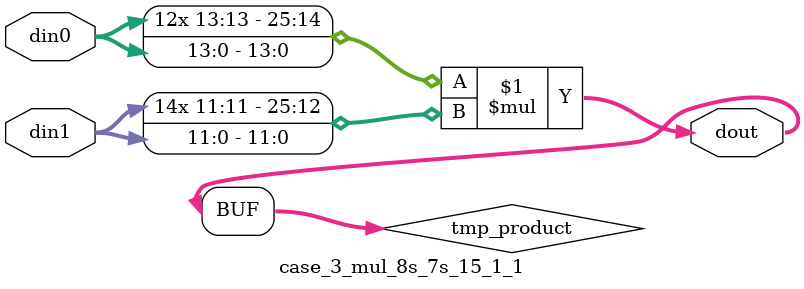
<source format=v>

`timescale 1 ns / 1 ps

 (* use_dsp = "no" *)  module case_3_mul_8s_7s_15_1_1(din0, din1, dout);
parameter ID = 1;
parameter NUM_STAGE = 0;
parameter din0_WIDTH = 14;
parameter din1_WIDTH = 12;
parameter dout_WIDTH = 26;

input [din0_WIDTH - 1 : 0] din0; 
input [din1_WIDTH - 1 : 0] din1; 
output [dout_WIDTH - 1 : 0] dout;

wire signed [dout_WIDTH - 1 : 0] tmp_product;



























assign tmp_product = $signed(din0) * $signed(din1);








assign dout = tmp_product;





















endmodule

</source>
